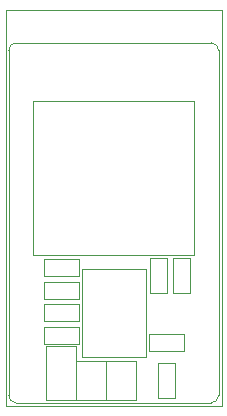
<source format=gbr>
%TF.GenerationSoftware,KiCad,Pcbnew,5.1.6+dfsg1-1~bpo10+1*%
%TF.CreationDate,Date%
%TF.ProjectId,ProMicro_LOG,50726f4d-6963-4726-9f5f-4c4f472e6b69,v1.2*%
%TF.SameCoordinates,Original*%
%TF.FileFunction,Other,User*%
%FSLAX45Y45*%
G04 Gerber Fmt 4.5, Leading zero omitted, Abs format (unit mm)*
G04 Created by KiCad*
%MOMM*%
%LPD*%
G01*
G04 APERTURE LIST*
%TA.AperFunction,Profile*%
%ADD10C,0.100000*%
%TD*%
%ADD11C,0.050000*%
G04 APERTURE END LIST*
D10*
X-63500Y127000D02*
G75*
G03*
X-127000Y63500I0J-63500D01*
G01*
X1651000Y63500D02*
G75*
G03*
X1587500Y127000I-63500J0D01*
G01*
X1587500Y-2921000D02*
G75*
G03*
X1651000Y-2857500I0J63500D01*
G01*
X-127000Y-2857500D02*
G75*
G03*
X-63500Y-2921000I63500J0D01*
G01*
X-127000Y63500D02*
X-127000Y-2857500D01*
X1587500Y127000D02*
X-63500Y127000D01*
X1651000Y-2857500D02*
X1651000Y63500D01*
X-63500Y-2921000D02*
X1587500Y-2921000D01*
D11*
X169500Y-1851000D02*
X169500Y-1705000D01*
X169500Y-1705000D02*
X465500Y-1705000D01*
X465500Y-1705000D02*
X465500Y-1851000D01*
X465500Y-1851000D02*
X169500Y-1851000D01*
X-152000Y406000D02*
X1676000Y406000D01*
X-152000Y406000D02*
X-152000Y-2946000D01*
X1676000Y-2946000D02*
X1676000Y406000D01*
X1676000Y-2946000D02*
X-152000Y-2946000D01*
X1133500Y-2582500D02*
X1279500Y-2582500D01*
X1279500Y-2582500D02*
X1279500Y-2878500D01*
X1279500Y-2878500D02*
X1133500Y-2878500D01*
X1133500Y-2878500D02*
X1133500Y-2582500D01*
X192500Y-2897000D02*
X192500Y-2437000D01*
X192500Y-2897000D02*
X442500Y-2897000D01*
X442500Y-2437000D02*
X192500Y-2437000D01*
X442500Y-2437000D02*
X442500Y-2897000D01*
X1216000Y-1989500D02*
X1070000Y-1989500D01*
X1070000Y-1989500D02*
X1070000Y-1693500D01*
X1070000Y-1693500D02*
X1216000Y-1693500D01*
X1216000Y-1693500D02*
X1216000Y-1989500D01*
X1406500Y-1989500D02*
X1260500Y-1989500D01*
X1260500Y-1989500D02*
X1260500Y-1693500D01*
X1260500Y-1693500D02*
X1406500Y-1693500D01*
X1406500Y-1693500D02*
X1406500Y-1989500D01*
X169500Y-2041500D02*
X169500Y-1895500D01*
X169500Y-1895500D02*
X465500Y-1895500D01*
X465500Y-1895500D02*
X465500Y-2041500D01*
X465500Y-2041500D02*
X169500Y-2041500D01*
X169500Y-2232000D02*
X169500Y-2086000D01*
X169500Y-2086000D02*
X465500Y-2086000D01*
X465500Y-2086000D02*
X465500Y-2232000D01*
X465500Y-2232000D02*
X169500Y-2232000D01*
X169500Y-2422500D02*
X169500Y-2276500D01*
X169500Y-2276500D02*
X465500Y-2276500D01*
X465500Y-2276500D02*
X465500Y-2422500D01*
X465500Y-2422500D02*
X169500Y-2422500D01*
X1354500Y-2340000D02*
X1354500Y-2486000D01*
X1354500Y-2486000D02*
X1058500Y-2486000D01*
X1058500Y-2486000D02*
X1058500Y-2340000D01*
X1058500Y-2340000D02*
X1354500Y-2340000D01*
X696500Y-2565500D02*
X696500Y-2895500D01*
X696500Y-2565500D02*
X446500Y-2565500D01*
X446500Y-2895500D02*
X696500Y-2895500D01*
X446500Y-2895500D02*
X446500Y-2565500D01*
X950500Y-2565500D02*
X950500Y-2895500D01*
X950500Y-2565500D02*
X700500Y-2565500D01*
X700500Y-2895500D02*
X950500Y-2895500D01*
X700500Y-2895500D02*
X700500Y-2565500D01*
X492000Y-2529000D02*
X1032000Y-2529000D01*
X1032000Y-2529000D02*
X1032000Y-1789000D01*
X1032000Y-1789000D02*
X492000Y-1789000D01*
X492000Y-1789000D02*
X492000Y-2529000D01*
X1446000Y-1671000D02*
X78000Y-1671000D01*
X78000Y-1671000D02*
X78000Y-366000D01*
X78000Y-366000D02*
X1446000Y-366000D01*
X1446000Y-366000D02*
X1446000Y-1671000D01*
M02*

</source>
